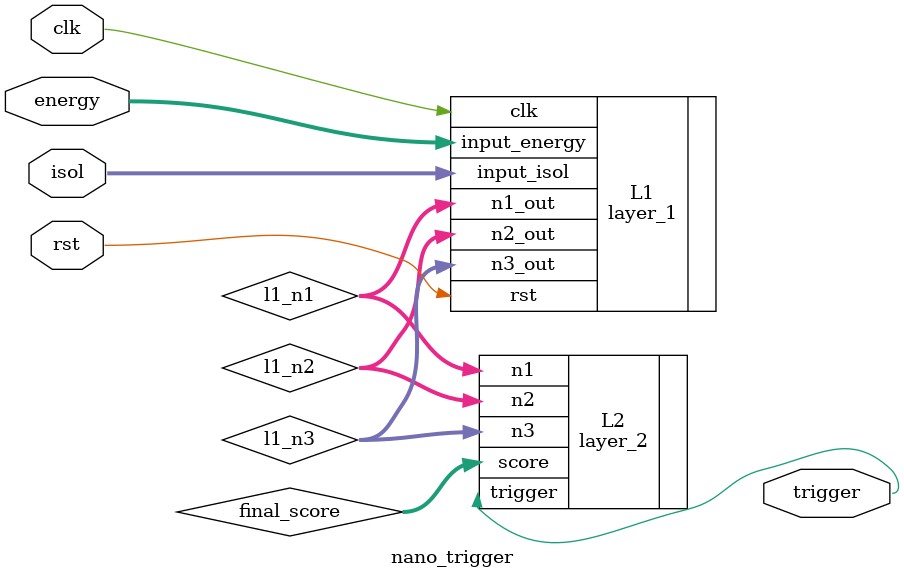
<source format=v>
`timescale 1ns / 1ps

module nano_trigger (
    input clk,
    input rst,
    input signed [7:0] energy,    // Input from Calorimeter: How spicy is this particle?
    input signed [7:0] isol,      // Input from Muon Sensor: Social distancing score.
    output trigger                // The "Big Red Button": 1 = Nobel Prize, 0 = Trash.
);

    // Internal spaghetti wires connecting Layer 1 to Layer 2 (The Synapses)
    wire signed [15:0] l1_n1;
    wire signed [15:0] l1_n2;
    wire signed [15:0] l1_n3;
    
    // Debug wire: Because we don't trust our own math yet.
    wire signed [31:0] final_score;

    // --- INSTANTIATING LAYER 1 (The Grunt Work) ---
    // This layer does the heavy lifting, crunching raw numbers.
    layer_1 L1 (
        .clk(clk),
        .rst(rst),
        .input_energy(energy),
        .input_isol(isol),
        .n1_out(l1_n1),
        .n2_out(l1_n2),
        .n3_out(l1_n3)
    );

    // --- INSTANTIATING LAYER 2 (Upper Management) ---
    // Takes the credit for Layer 1's work and makes the final decision.
    layer_2 L2 (
        .n1(l1_n1),
        .n2(l1_n2),
        .n3(l1_n3),
        .trigger(trigger),
        .score(final_score)
    );

endmodule
</source>
